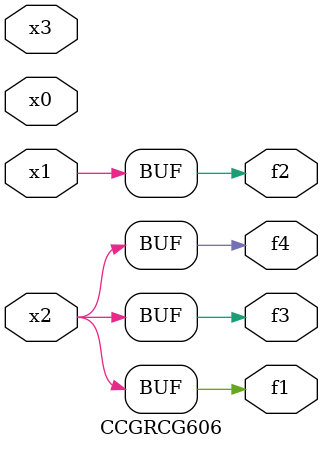
<source format=v>
module CCGRCG606(
	input x0, x1, x2, x3,
	output f1, f2, f3, f4
);
	assign f1 = x2;
	assign f2 = x1;
	assign f3 = x2;
	assign f4 = x2;
endmodule

</source>
